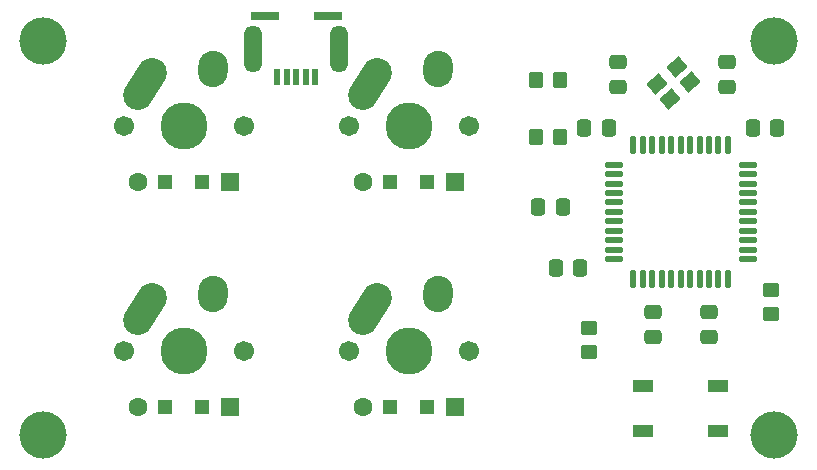
<source format=gbs>
%TF.GenerationSoftware,KiCad,Pcbnew,(6.0.2)*%
%TF.CreationDate,2022-04-17T22:42:43-04:00*%
%TF.ProjectId,macropadfr,6d616372-6f70-4616-9466-722e6b696361,rev?*%
%TF.SameCoordinates,Original*%
%TF.FileFunction,Soldermask,Bot*%
%TF.FilePolarity,Negative*%
%FSLAX46Y46*%
G04 Gerber Fmt 4.6, Leading zero omitted, Abs format (unit mm)*
G04 Created by KiCad (PCBNEW (6.0.2)) date 2022-04-17 22:42:43*
%MOMM*%
%LPD*%
G01*
G04 APERTURE LIST*
G04 Aperture macros list*
%AMRoundRect*
0 Rectangle with rounded corners*
0 $1 Rounding radius*
0 $2 $3 $4 $5 $6 $7 $8 $9 X,Y pos of 4 corners*
0 Add a 4 corners polygon primitive as box body*
4,1,4,$2,$3,$4,$5,$6,$7,$8,$9,$2,$3,0*
0 Add four circle primitives for the rounded corners*
1,1,$1+$1,$2,$3*
1,1,$1+$1,$4,$5*
1,1,$1+$1,$6,$7*
1,1,$1+$1,$8,$9*
0 Add four rect primitives between the rounded corners*
20,1,$1+$1,$2,$3,$4,$5,0*
20,1,$1+$1,$4,$5,$6,$7,0*
20,1,$1+$1,$6,$7,$8,$9,0*
20,1,$1+$1,$8,$9,$2,$3,0*%
%AMHorizOval*
0 Thick line with rounded ends*
0 $1 width*
0 $2 $3 position (X,Y) of the first rounded end (center of the circle)*
0 $4 $5 position (X,Y) of the second rounded end (center of the circle)*
0 Add line between two ends*
20,1,$1,$2,$3,$4,$5,0*
0 Add two circle primitives to create the rounded ends*
1,1,$1,$2,$3*
1,1,$1,$4,$5*%
%AMRotRect*
0 Rectangle, with rotation*
0 The origin of the aperture is its center*
0 $1 length*
0 $2 width*
0 $3 Rotation angle, in degrees counterclockwise*
0 Add horizontal line*
21,1,$1,$2,0,0,$3*%
G04 Aperture macros list end*
%ADD10C,1.701800*%
%ADD11C,3.987800*%
%ADD12HorizOval,2.500000X-0.604462X-0.948815X0.604462X0.948815X0*%
%ADD13HorizOval,2.500000X-0.019724X-0.289328X0.019724X0.289328X0*%
%ADD14C,4.000000*%
%ADD15RoundRect,0.250000X-0.350000X-0.450000X0.350000X-0.450000X0.350000X0.450000X-0.350000X0.450000X0*%
%ADD16R,1.700000X1.000000*%
%ADD17RoundRect,0.250000X-0.337500X-0.475000X0.337500X-0.475000X0.337500X0.475000X-0.337500X0.475000X0*%
%ADD18R,1.600000X1.600000*%
%ADD19R,1.200000X1.200000*%
%ADD20C,1.600000*%
%ADD21R,0.500000X1.400000*%
%ADD22R,2.350000X0.800000*%
%ADD23O,1.500000X4.000000*%
%ADD24RotRect,1.400000X1.200000X40.000000*%
%ADD25RoundRect,0.250000X0.475000X-0.337500X0.475000X0.337500X-0.475000X0.337500X-0.475000X-0.337500X0*%
%ADD26RoundRect,0.250000X0.337500X0.475000X-0.337500X0.475000X-0.337500X-0.475000X0.337500X-0.475000X0*%
%ADD27RoundRect,0.250000X-0.475000X0.337500X-0.475000X-0.337500X0.475000X-0.337500X0.475000X0.337500X0*%
%ADD28RoundRect,0.137500X-0.600000X-0.137500X0.600000X-0.137500X0.600000X0.137500X-0.600000X0.137500X0*%
%ADD29RoundRect,0.137500X-0.137500X-0.600000X0.137500X-0.600000X0.137500X0.600000X-0.137500X0.600000X0*%
%ADD30RoundRect,0.250000X-0.450000X0.350000X-0.450000X-0.350000X0.450000X-0.350000X0.450000X0.350000X0*%
G04 APERTURE END LIST*
D10*
%TO.C,K1*%
X156845000Y-83343750D03*
X167005000Y-83343750D03*
D11*
X161925000Y-83343750D03*
D12*
X158670000Y-79823750D03*
D13*
X164445000Y-78553750D03*
%TD*%
D14*
%TO.C,*%
X150018750Y-109537500D03*
%TD*%
D10*
%TO.C,K4*%
X186055000Y-102393750D03*
D11*
X180975000Y-102393750D03*
D10*
X175895000Y-102393750D03*
D12*
X177720000Y-98873750D03*
D13*
X183495000Y-97603750D03*
%TD*%
D14*
%TO.C,REF\u002A\u002A*%
X211931250Y-76200000D03*
%TD*%
%TO.C,*%
X211931250Y-109537500D03*
%TD*%
D11*
%TO.C,K3*%
X180975000Y-83343750D03*
D10*
X175895000Y-83343750D03*
X186055000Y-83343750D03*
D12*
X177720000Y-79823750D03*
D13*
X183495000Y-78553750D03*
%TD*%
D14*
%TO.C,*%
X150018750Y-76200000D03*
%TD*%
D10*
%TO.C,K2*%
X156845000Y-102393750D03*
D11*
X161925000Y-102393750D03*
D10*
X167005000Y-102393750D03*
D12*
X158670000Y-98873750D03*
D13*
X164445000Y-97603750D03*
%TD*%
D15*
%TO.C,Rusb1*%
X191750000Y-84250000D03*
X193750000Y-84250000D03*
%TD*%
D16*
%TO.C,reset_switch1*%
X200850000Y-109200000D03*
X207150000Y-109200000D03*
X200850000Y-105400000D03*
X207150000Y-105400000D03*
%TD*%
D17*
%TO.C,Cusb1*%
X191962500Y-90250000D03*
X194037500Y-90250000D03*
%TD*%
D18*
%TO.C,D3*%
X184875000Y-88106250D03*
D19*
X182550000Y-88106250D03*
X179400000Y-88106250D03*
D20*
X177075000Y-88106250D03*
%TD*%
D18*
%TO.C,D2*%
X165825000Y-107156250D03*
D19*
X163500000Y-107156250D03*
X160350000Y-107156250D03*
D20*
X158025000Y-107156250D03*
%TD*%
D21*
%TO.C,Micro_USB1*%
X169850000Y-79250000D03*
X170650000Y-79250000D03*
X171450000Y-79250000D03*
X172250000Y-79250000D03*
X173050000Y-79250000D03*
D22*
X174125000Y-74050000D03*
X168775000Y-74050000D03*
D23*
X175100000Y-76850000D03*
X167800000Y-76850000D03*
%TD*%
D24*
%TO.C,clock1*%
X202017232Y-79785929D03*
X203702529Y-78371796D03*
X204795268Y-79674071D03*
X203109971Y-81088204D03*
%TD*%
D25*
%TO.C,CCryst2*%
X207906250Y-80037500D03*
X207906250Y-77962500D03*
%TD*%
D26*
%TO.C,Cd1*%
X197893750Y-83487500D03*
X195818750Y-83487500D03*
%TD*%
D17*
%TO.C,Cd2*%
X210106250Y-83487500D03*
X212181250Y-83487500D03*
%TD*%
D27*
%TO.C,Cd4*%
X201618750Y-99118750D03*
X201618750Y-101193750D03*
%TD*%
D28*
%TO.C,processor1*%
X198337500Y-94631250D03*
X198337500Y-93831250D03*
X198337500Y-93031250D03*
X198337500Y-92231250D03*
X198337500Y-91431250D03*
X198337500Y-90631250D03*
X198337500Y-89831250D03*
X198337500Y-89031250D03*
X198337500Y-88231250D03*
X198337500Y-87431250D03*
X198337500Y-86631250D03*
D29*
X200000000Y-84968750D03*
X200800000Y-84968750D03*
X201600000Y-84968750D03*
X202400000Y-84968750D03*
X203200000Y-84968750D03*
X204000000Y-84968750D03*
X204800000Y-84968750D03*
X205600000Y-84968750D03*
X206400000Y-84968750D03*
X207200000Y-84968750D03*
X208000000Y-84968750D03*
D28*
X209662500Y-86631250D03*
X209662500Y-87431250D03*
X209662500Y-88231250D03*
X209662500Y-89031250D03*
X209662500Y-89831250D03*
X209662500Y-90631250D03*
X209662500Y-91431250D03*
X209662500Y-92231250D03*
X209662500Y-93031250D03*
X209662500Y-93831250D03*
X209662500Y-94631250D03*
D29*
X208000000Y-96293750D03*
X207200000Y-96293750D03*
X206400000Y-96293750D03*
X205600000Y-96293750D03*
X204800000Y-96293750D03*
X204000000Y-96293750D03*
X203200000Y-96293750D03*
X202400000Y-96293750D03*
X201600000Y-96293750D03*
X200800000Y-96293750D03*
X200000000Y-96293750D03*
%TD*%
D30*
%TO.C,Rreset1*%
X196250000Y-100500000D03*
X196250000Y-102500000D03*
%TD*%
D19*
%TO.C,D4*%
X182550000Y-107156250D03*
D18*
X184875000Y-107156250D03*
D19*
X179400000Y-107156250D03*
D20*
X177075000Y-107156250D03*
%TD*%
D27*
%TO.C,Cd3*%
X206381250Y-99118750D03*
X206381250Y-101193750D03*
%TD*%
D30*
%TO.C,Rboot1*%
X211656250Y-97250000D03*
X211656250Y-99250000D03*
%TD*%
D15*
%TO.C,Rusb2*%
X191750000Y-79500000D03*
X193750000Y-79500000D03*
%TD*%
D18*
%TO.C,D1*%
X165825000Y-88106250D03*
D19*
X163500000Y-88106250D03*
D20*
X158025000Y-88106250D03*
D19*
X160350000Y-88106250D03*
%TD*%
D25*
%TO.C,CCryst1*%
X198656250Y-80037500D03*
X198656250Y-77962500D03*
%TD*%
D26*
%TO.C,Cu1*%
X195512500Y-95393750D03*
X193437500Y-95393750D03*
%TD*%
M02*

</source>
